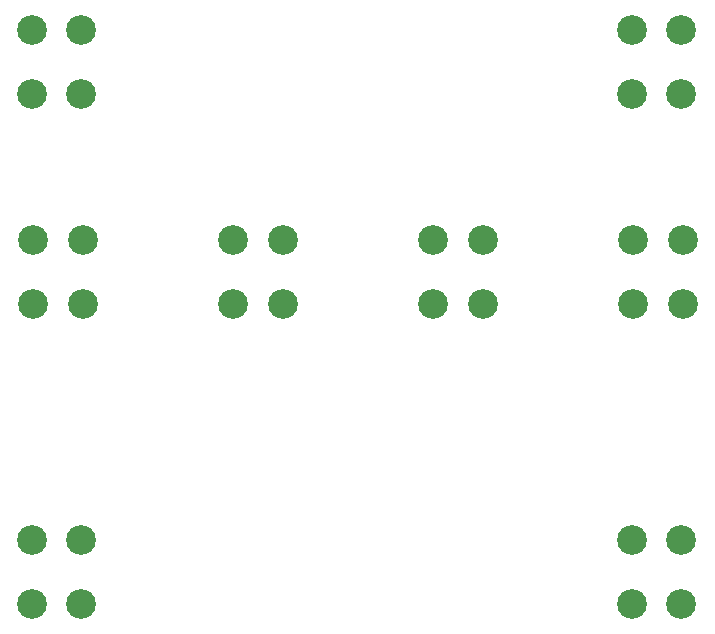
<source format=gts>
%FSLAX23Y23*%
%MOIN*%
G70*
G01*
G75*
G04 Layer_Color=8388736*
%ADD10C,0.091*%
%ADD11C,0.010*%
%ADD12C,0.040*%
%ADD13C,0.020*%
%ADD14C,0.099*%
D14*
X2315Y2315D02*
D03*
X2480D02*
D03*
Y2100D02*
D03*
X2315D02*
D03*
Y615D02*
D03*
X2480D02*
D03*
Y400D02*
D03*
X2315D02*
D03*
X315Y615D02*
D03*
X480D02*
D03*
Y400D02*
D03*
X315D02*
D03*
Y2315D02*
D03*
X480D02*
D03*
Y2100D02*
D03*
X315D02*
D03*
X485Y1615D02*
D03*
X320D02*
D03*
Y1400D02*
D03*
X485D02*
D03*
X1152Y1615D02*
D03*
X987D02*
D03*
Y1400D02*
D03*
X1152D02*
D03*
X1818Y1615D02*
D03*
X1653D02*
D03*
Y1400D02*
D03*
X1818D02*
D03*
X2485Y1615D02*
D03*
X2320D02*
D03*
Y1400D02*
D03*
X2485D02*
D03*
M02*

</source>
